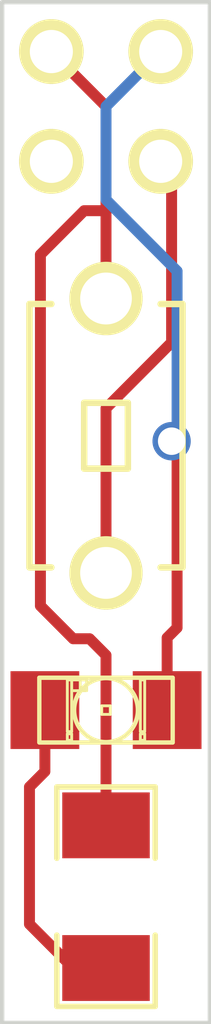
<source format=kicad_pcb>

(kicad_pcb
  (version 3)
  (host pcbnew "(22-Jun-2014 BZR 4027)-stable")
  (general
    (links 5)
    (no_connects 0)
    (area 198.029889 157.921 210.910111 184.023001)
    (thickness 1.6)
    (drawings 4)
    (tracks 31)
    (zones 0)
    (modules 4)
    (nets 5))
  (page A3)
  (layers
    (15 F.Cu signal)
    (0 B.Cu signal)
    (16 B.Adhes user)
    (17 F.Adhes user)
    (18 B.Paste user)
    (19 F.Paste user)
    (20 B.SilkS user)
    (21 F.SilkS user)
    (22 B.Mask user)
    (23 F.Mask user)
    (24 Dwgs.User user)
    (25 Cmts.User user)
    (26 Eco1.User user)
    (27 Eco2.User user)
    (28 Edge.Cuts user))
  (setup
    (last_trace_width 0.254)
    (trace_clearance 0.254)
    (zone_clearance 0.508)
    (zone_45_only no)
    (trace_min 0.254)
    (segment_width 0.2)
    (edge_width 0.1)
    (via_size 0.889)
    (via_drill 0.635)
    (via_min_size 0.889)
    (via_min_drill 0.508)
    (uvia_size 0.508)
    (uvia_drill 0.127)
    (uvias_allowed no)
    (uvia_min_size 0.508)
    (uvia_min_drill 0.127)
    (pcb_text_width 0.3)
    (pcb_text_size 1.5 1.5)
    (mod_edge_width 0.15)
    (mod_text_size 1 1)
    (mod_text_width 0.15)
    (pad_size 1.5 1.5)
    (pad_drill 1)
    (pad_to_mask_clearance 0)
    (aux_axis_origin 0 0)
    (visible_elements FFFFFFBF)
    (pcbplotparams
      (layerselection 284196865)
      (usegerberextensions true)
      (excludeedgelayer true)
      (linewidth 0.15)
      (plotframeref false)
      (viasonmask false)
      (mode 1)
      (useauxorigin false)
      (hpglpennumber 1)
      (hpglpenspeed 20)
      (hpglpendiameter 15)
      (hpglpenoverlay 2)
      (psnegative false)
      (psa4output false)
      (plotreference true)
      (plotvalue true)
      (plotothertext true)
      (plotinvisibletext false)
      (padsonsilk false)
      (subtractmaskfromsilk false)
      (outputformat 1)
      (mirror false)
      (drillshape 0)
      (scaleselection 1)
      (outputdirectory gerber/)))
  (net 0 "")
  (net 1 N-000001)
  (net 2 N-000002)
  (net 3 N-000003)
  (net 4 N-000004)
  (net_class Default "This is the default net class."
    (clearance 0.254)
    (trace_width 0.254)
    (via_dia 0.889)
    (via_drill 0.635)
    (uvia_dia 0.508)
    (uvia_drill 0.127)
    (add_net "")
    (add_net N-000001)
    (add_net N-000002)
    (add_net N-000003)
    (add_net N-000004))
  (module SM1206
    (layer F.Cu)
    (tedit 570FDEE7)
    (tstamp 570FB933)
    (at 204.47 180.848 270)
    (path /570FA4E6)
    (attr smd)
    (fp_text reference R1
      (at 0 0 270)
      (layer F.SilkS) hide
      (effects
        (font
          (size 0.762 0.762)
          (thickness 0.127))))
    (fp_text value R
      (at 0 0 270)
      (layer F.SilkS) hide
      (effects
        (font
          (size 0.762 0.762)
          (thickness 0.127))))
    (fp_line
      (start -2.54 -1.143)
      (end -2.54 1.143)
      (layer F.SilkS)
      (width 0.127))
    (fp_line
      (start -2.54 1.143)
      (end -0.889 1.143)
      (layer F.SilkS)
      (width 0.127))
    (fp_line
      (start 0.889 -1.143)
      (end 2.54 -1.143)
      (layer F.SilkS)
      (width 0.127))
    (fp_line
      (start 2.54 -1.143)
      (end 2.54 1.143)
      (layer F.SilkS)
      (width 0.127))
    (fp_line
      (start 2.54 1.143)
      (end 0.889 1.143)
      (layer F.SilkS)
      (width 0.127))
    (fp_line
      (start -0.889 -1.143)
      (end -2.54 -1.143)
      (layer F.SilkS)
      (width 0.127))
    (pad 1 smd rect
      (at -1.651 0 270)
      (size 1.524 2.032)
      (layers F.Cu F.Paste F.Mask)
      (net 2 N-000002))
    (pad 2 smd rect
      (at 1.651 0 270)
      (size 1.524 2.032)
      (layers F.Cu F.Paste F.Mask)
      (net 4 N-000004))
    (model smd/chip_cms.wrl
      (at
        (xyz 0 0 0))
      (scale
        (xyz 0.17 0.16 0.16))
      (rotate
        (xyz 0 0 0))))
  (module LED-1206
    (layer F.Cu)
    (tedit 570FDEE4)
    (tstamp 570FB95D)
    (at 204.47 176.53 180)
    (descr "LED 1206 smd package")
    (tags "LED1206 SMD")
    (path /570FA4C4)
    (attr smd)
    (fp_text reference D1
      (at 0.254 -1.524 180)
      (layer F.SilkS) hide
      (effects
        (font
          (size 0.762 0.762)
          (thickness 0.0889))))
    (fp_text value LED
      (at 0 1.524 180)
      (layer F.SilkS) hide
      (effects
        (font
          (size 0.762 0.762)
          (thickness 0.0889))))
    (fp_line
      (start -0.09906 0.09906)
      (end 0.09906 0.09906)
      (layer F.SilkS)
      (width 0.06604))
    (fp_line
      (start 0.09906 0.09906)
      (end 0.09906 -0.09906)
      (layer F.SilkS)
      (width 0.06604))
    (fp_line
      (start -0.09906 -0.09906)
      (end 0.09906 -0.09906)
      (layer F.SilkS)
      (width 0.06604))
    (fp_line
      (start -0.09906 0.09906)
      (end -0.09906 -0.09906)
      (layer F.SilkS)
      (width 0.06604))
    (fp_line
      (start 0.44958 0.6985)
      (end 0.79756 0.6985)
      (layer F.SilkS)
      (width 0.06604))
    (fp_line
      (start 0.79756 0.6985)
      (end 0.79756 0.44958)
      (layer F.SilkS)
      (width 0.06604))
    (fp_line
      (start 0.44958 0.44958)
      (end 0.79756 0.44958)
      (layer F.SilkS)
      (width 0.06604))
    (fp_line
      (start 0.44958 0.6985)
      (end 0.44958 0.44958)
      (layer F.SilkS)
      (width 0.06604))
    (fp_line
      (start 0.79756 0.6985)
      (end 0.89916 0.6985)
      (layer F.SilkS)
      (width 0.06604))
    (fp_line
      (start 0.89916 0.6985)
      (end 0.89916 -0.49784)
      (layer F.SilkS)
      (width 0.06604))
    (fp_line
      (start 0.79756 -0.49784)
      (end 0.89916 -0.49784)
      (layer F.SilkS)
      (width 0.06604))
    (fp_line
      (start 0.79756 0.6985)
      (end 0.79756 -0.49784)
      (layer F.SilkS)
      (width 0.06604))
    (fp_line
      (start 0.79756 -0.54864)
      (end 0.89916 -0.54864)
      (layer F.SilkS)
      (width 0.06604))
    (fp_line
      (start 0.89916 -0.54864)
      (end 0.89916 -0.6985)
      (layer F.SilkS)
      (width 0.06604))
    (fp_line
      (start 0.79756 -0.6985)
      (end 0.89916 -0.6985)
      (layer F.SilkS)
      (width 0.06604))
    (fp_line
      (start 0.79756 -0.54864)
      (end 0.79756 -0.6985)
      (layer F.SilkS)
      (width 0.06604))
    (fp_line
      (start -0.89916 0.6985)
      (end -0.79756 0.6985)
      (layer F.SilkS)
      (width 0.06604))
    (fp_line
      (start -0.79756 0.6985)
      (end -0.79756 -0.49784)
      (layer F.SilkS)
      (width 0.06604))
    (fp_line
      (start -0.89916 -0.49784)
      (end -0.79756 -0.49784)
      (layer F.SilkS)
      (width 0.06604))
    (fp_line
      (start -0.89916 0.6985)
      (end -0.89916 -0.49784)
      (layer F.SilkS)
      (width 0.06604))
    (fp_line
      (start -0.89916 -0.54864)
      (end -0.79756 -0.54864)
      (layer F.SilkS)
      (width 0.06604))
    (fp_line
      (start -0.79756 -0.54864)
      (end -0.79756 -0.6985)
      (layer F.SilkS)
      (width 0.06604))
    (fp_line
      (start -0.89916 -0.6985)
      (end -0.79756 -0.6985)
      (layer F.SilkS)
      (width 0.06604))
    (fp_line
      (start -0.89916 -0.54864)
      (end -0.89916 -0.6985)
      (layer F.SilkS)
      (width 0.06604))
    (fp_line
      (start 0.44958 0.6985)
      (end 0.59944 0.6985)
      (layer F.SilkS)
      (width 0.06604))
    (fp_line
      (start 0.59944 0.6985)
      (end 0.59944 0.44958)
      (layer F.SilkS)
      (width 0.06604))
    (fp_line
      (start 0.44958 0.44958)
      (end 0.59944 0.44958)
      (layer F.SilkS)
      (width 0.06604))
    (fp_line
      (start 0.44958 0.6985)
      (end 0.44958 0.44958)
      (layer F.SilkS)
      (width 0.06604))
    (fp_line
      (start 1.5494 0.7493)
      (end -1.5494 0.7493)
      (layer F.SilkS)
      (width 0.1016))
    (fp_line
      (start -1.5494 0.7493)
      (end -1.5494 -0.7493)
      (layer F.SilkS)
      (width 0.1016))
    (fp_line
      (start -1.5494 -0.7493)
      (end 1.5494 -0.7493)
      (layer F.SilkS)
      (width 0.1016))
    (fp_line
      (start 1.5494 -0.7493)
      (end 1.5494 0.7493)
      (layer F.SilkS)
      (width 0.1016))
    (fp_arc
      (start 0 0)
      (end 0.54864 0.49784)
      (angle 95.4)
      (layer F.SilkS)
      (width 0.1016))
    (fp_arc
      (start 0 0)
      (end -0.54864 0.49784)
      (angle 84.5)
      (layer F.SilkS)
      (width 0.1016))
    (fp_arc
      (start 0 0)
      (end -0.54864 -0.49784)
      (angle 95.4)
      (layer F.SilkS)
      (width 0.1016))
    (fp_arc
      (start 0 0)
      (end 0.54864 -0.49784)
      (angle 84.5)
      (layer F.SilkS)
      (width 0.1016))
    (pad 1 smd rect
      (at -1.41986 0 180)
      (size 1.59766 1.80086)
      (layers F.Cu F.Paste F.Mask)
      (net 1 N-000001))
    (pad 2 smd rect
      (at 1.41986 0 180)
      (size 1.59766 1.80086)
      (layers F.Cu F.Paste F.Mask)
      (net 4 N-000004)))
  (module button_single_custom
    (layer F.Cu)
    (tedit 570FDEE0)
    (tstamp 570FB96D)
    (at 204.47 170.18 270)
    (path /570FA4D7)
    (fp_text reference SW1
      (at 0 -4.064 270)
      (layer F.SilkS) hide
      (effects
        (font
          (size 1 1)
          (thickness 0.15))))
    (fp_text value SW_PUSH
      (at 0 3.81 270)
      (layer F.SilkS) hide
      (effects
        (font
          (size 1 1)
          (thickness 0.15))))
    (fp_line
      (start -0.762 -0.508)
      (end -0.762 0.508)
      (layer F.SilkS)
      (width 0.15))
    (fp_line
      (start -0.762 0.508)
      (end 0.762 0.508)
      (layer F.SilkS)
      (width 0.15))
    (fp_line
      (start 0.762 0.508)
      (end 0.762 -0.508)
      (layer F.SilkS)
      (width 0.15))
    (fp_line
      (start 0.762 -0.508)
      (end -0.762 -0.508)
      (layer F.SilkS)
      (width 0.15))
    (fp_line
      (start -3.048 1.778)
      (end 3.048 1.778)
      (layer F.SilkS)
      (width 0.15))
    (fp_line
      (start 3.048 1.778)
      (end 3.048 1.27)
      (layer F.SilkS)
      (width 0.15))
    (fp_line
      (start -3.048 1.27)
      (end -3.048 1.778)
      (layer F.SilkS)
      (width 0.15))
    (fp_line
      (start -3.048 -1.778)
      (end -3.048 -1.27)
      (layer F.SilkS)
      (width 0.15))
    (fp_line
      (start -3.048 -1.778)
      (end 3.048 -1.778)
      (layer F.SilkS)
      (width 0.15))
    (fp_line
      (start 3.048 -1.778)
      (end 3.048 -1.27)
      (layer F.SilkS)
      (width 0.15))
    (pad 1 thru_hole circle
      (at -3.175 0 270)
      (size 1.7 1.7)
      (drill 1.2)
      (layers *.Cu *.Mask F.SilkS)
      (net 2 N-000002))
    (pad 2 thru_hole circle
      (at 3.175 0 270)
      (size 1.7 1.7)
      (drill 1.2)
      (layers *.Cu *.Mask F.SilkS)
      (net 3 N-000003)))
  (module pi_shutdown_4pin
    (layer F.Cu)
    (tedit 570FDEFE)
    (tstamp 570FBAA7)
    (at 204.47 162.56)
    (path /570FB842)
    (fp_text reference U1
      (at 0 3.81)
      (layer F.SilkS) hide
      (effects
        (font
          (size 1 1)
          (thickness 0.15))))
    (fp_text value PI_SHUTDOWN
      (at 0 -3.81)
      (layer F.SilkS) hide
      (effects
        (font
          (size 1 1)
          (thickness 0.15))))
    (pad 14 thru_hole circle
      (at -1.27 -1.27)
      (size 1.5 1.5)
      (drill 1)
      (layers *.Cu *.Mask F.SilkS)
      (net 2 N-000002))
    (pad 16 thru_hole circle
      (at 1.27 -1.27)
      (size 1.5 1.5)
      (drill 1)
      (layers *.Cu *.Mask F.SilkS)
      (net 1 N-000001))
    (pad 13 thru_hole circle
      (at -1.27 1.27)
      (size 1.5 1.5)
      (drill 1)
      (layers *.Cu *.Mask F.SilkS))
    (pad 15 thru_hole circle
      (at 1.27 1.27)
      (size 1.5 1.5)
      (drill 1)
      (layers *.Cu *.Mask F.SilkS)
      (net 3 N-000003)))
  (gr_line
    (start 202.057 183.769)
    (end 202.057 160.147)
    (angle 90)
    (layer Edge.Cuts)
    (width 0.1))
  (gr_line
    (start 206.883 183.769)
    (end 202.057 183.769)
    (angle 90)
    (layer Edge.Cuts)
    (width 0.1))
  (gr_line
    (start 206.883 160.147)
    (end 206.883 183.769)
    (angle 90)
    (layer Edge.Cuts)
    (width 0.1))
  (gr_line
    (start 202.057 160.147)
    (end 206.883 160.147)
    (angle 90)
    (layer Edge.Cuts)
    (width 0.1))
  (segment
    (start 205.88986 176.53)
    (end 205.88986 174.85614)
    (width 0.254)
    (layer F.Cu)
    (net 1))
  (segment
    (start 204.47 162.56)
    (end 205.74 161.29)
    (width 0.254)
    (layer B.Cu)
    (net 1)
    (tstamp 570FDE0F))
  (segment
    (start 204.47 164.719)
    (end 204.47 162.56)
    (width 0.254)
    (layer B.Cu)
    (net 1)
    (tstamp 570FDE0E))
  (segment
    (start 206.121 166.37)
    (end 204.47 164.719)
    (width 0.254)
    (layer B.Cu)
    (net 1)
    (tstamp 570FDE0A))
  (segment
    (start 206.121 170.18)
    (end 206.121 166.37)
    (width 0.254)
    (layer B.Cu)
    (net 1)
    (tstamp 570FDE04))
  (segment
    (start 205.994 170.307)
    (end 206.121 170.18)
    (width 0.254)
    (layer B.Cu)
    (net 1)
    (tstamp 570FDE03))
  (segment
    (start 206.121 170.434)
    (end 205.994 170.307)
    (width 0.254)
    (layer F.Cu)
    (net 1)
    (tstamp 570FDDF9))
  (segment
    (start 206.121 174.625)
    (end 206.121 170.434)
    (width 0.254)
    (layer F.Cu)
    (net 1)
    (tstamp 570FDDF2))
  (segment
    (start 205.88986 174.85614)
    (end 206.121 174.625)
    (width 0.254)
    (layer F.Cu)
    (net 1)
    (tstamp 570FDDEB))
  (segment
    (start 204.47 179.197)
    (end 204.47 175.26)
    (width 0.254)
    (layer F.Cu)
    (net 2))
  (segment
    (start 203.962 164.973)
    (end 204.47 164.973)
    (width 0.254)
    (layer F.Cu)
    (net 2)
    (tstamp 570FDDDD))
  (segment
    (start 202.946 165.989)
    (end 203.962 164.973)
    (width 0.254)
    (layer F.Cu)
    (net 2)
    (tstamp 570FDDD3))
  (segment
    (start 202.946 174.117)
    (end 202.946 165.989)
    (width 0.254)
    (layer F.Cu)
    (net 2)
    (tstamp 570FDDCB))
  (segment
    (start 203.708 174.879)
    (end 202.946 174.117)
    (width 0.254)
    (layer F.Cu)
    (net 2)
    (tstamp 570FDDC8))
  (segment
    (start 204.089 174.879)
    (end 203.708 174.879)
    (width 0.254)
    (layer F.Cu)
    (net 2)
    (tstamp 570FDDC7))
  (segment
    (start 204.47 175.26)
    (end 204.089 174.879)
    (width 0.254)
    (layer F.Cu)
    (net 2)
    (tstamp 570FDDC2))
  (segment
    (start 204.47 167.005)
    (end 204.47 165.1)
    (width 0.254)
    (layer F.Cu)
    (net 2))
  (segment
    (start 204.47 165.1)
    (end 204.47 164.973)
    (width 0.254)
    (layer F.Cu)
    (net 2)
    (tstamp 570FC564))
  (segment
    (start 204.47 164.973)
    (end 204.47 164.846)
    (width 0.254)
    (layer F.Cu)
    (net 2)
    (tstamp 570FDDE0))
  (segment
    (start 204.47 164.846)
    (end 204.47 162.56)
    (width 0.254)
    (layer F.Cu)
    (net 2)
    (tstamp 570FDD2F))
  (segment
    (start 204.47 162.56)
    (end 203.2 161.29)
    (width 0.254)
    (layer F.Cu)
    (net 2)
    (tstamp 570FBB78))
  (segment
    (start 204.47 173.355)
    (end 204.47 169.545)
    (width 0.254)
    (layer F.Cu)
    (net 3))
  (segment
    (start 205.994 164.084)
    (end 205.74 163.83)
    (width 0.254)
    (layer F.Cu)
    (net 3)
    (tstamp 570FDE25))
  (segment
    (start 205.994 168.021)
    (end 205.994 164.084)
    (width 0.254)
    (layer F.Cu)
    (net 3)
    (tstamp 570FDE1D))
  (segment
    (start 204.47 169.545)
    (end 205.994 168.021)
    (width 0.254)
    (layer F.Cu)
    (net 3)
    (tstamp 570FDE1C))
  (segment
    (start 203.05014 176.53)
    (end 203.05014 177.94986)
    (width 0.254)
    (layer F.Cu)
    (net 4))
  (segment
    (start 203.708 182.499)
    (end 204.47 182.499)
    (width 0.254)
    (layer F.Cu)
    (net 4)
    (tstamp 570FDDB7))
  (segment
    (start 202.692 181.483)
    (end 203.708 182.499)
    (width 0.254)
    (layer F.Cu)
    (net 4)
    (tstamp 570FDDB5))
  (segment
    (start 202.692 178.308)
    (end 202.692 181.483)
    (width 0.254)
    (layer F.Cu)
    (net 4)
    (tstamp 570FDDB4))
  (segment
    (start 203.05014 177.94986)
    (end 202.692 178.308)
    (width 0.254)
    (layer F.Cu)
    (net 4)
    (tstamp 570FDDB3))
  (via
    (at 205.994 170.307)
    (size 0.889)
    (layers F.Cu B.Cu)
    (net 1)))
</source>
